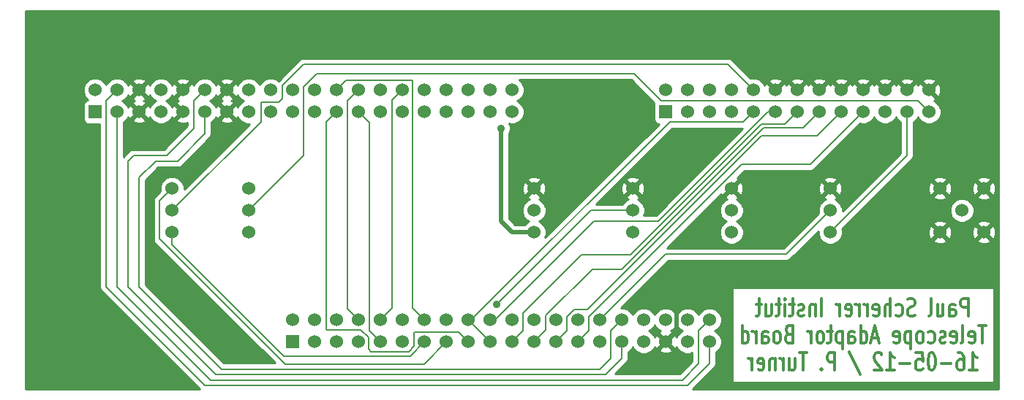
<source format=gbl>
G04 (created by PCBNEW-RS274X (2012-01-19 BZR 3256)-stable) date 5/16/2012 3:34:04 PM*
G01*
G70*
G90*
%MOIN*%
G04 Gerber Fmt 3.4, Leading zero omitted, Abs format*
%FSLAX34Y34*%
G04 APERTURE LIST*
%ADD10C,0.006000*%
%ADD11C,0.012000*%
%ADD12R,0.060000X0.060000*%
%ADD13C,0.060000*%
%ADD14C,0.035000*%
%ADD15C,0.019700*%
%ADD16C,0.008000*%
%ADD17C,0.010000*%
G04 APERTURE END LIST*
G54D10*
G54D11*
X86785Y-19324D02*
X86785Y-18524D01*
X86557Y-18524D01*
X86499Y-18562D01*
X86471Y-18600D01*
X86442Y-18676D01*
X86442Y-18790D01*
X86471Y-18867D01*
X86499Y-18905D01*
X86557Y-18943D01*
X86785Y-18943D01*
X85928Y-19324D02*
X85928Y-18905D01*
X85957Y-18829D01*
X86014Y-18790D01*
X86128Y-18790D01*
X86185Y-18829D01*
X85928Y-19286D02*
X85985Y-19324D01*
X86128Y-19324D01*
X86185Y-19286D01*
X86214Y-19210D01*
X86214Y-19133D01*
X86185Y-19057D01*
X86128Y-19019D01*
X85985Y-19019D01*
X85928Y-18981D01*
X85385Y-18790D02*
X85385Y-19324D01*
X85642Y-18790D02*
X85642Y-19210D01*
X85614Y-19286D01*
X85556Y-19324D01*
X85471Y-19324D01*
X85414Y-19286D01*
X85385Y-19248D01*
X85013Y-19324D02*
X85071Y-19286D01*
X85099Y-19210D01*
X85099Y-18524D01*
X84357Y-19286D02*
X84271Y-19324D01*
X84128Y-19324D01*
X84071Y-19286D01*
X84042Y-19248D01*
X84014Y-19171D01*
X84014Y-19095D01*
X84042Y-19019D01*
X84071Y-18981D01*
X84128Y-18943D01*
X84242Y-18905D01*
X84300Y-18867D01*
X84328Y-18829D01*
X84357Y-18752D01*
X84357Y-18676D01*
X84328Y-18600D01*
X84300Y-18562D01*
X84242Y-18524D01*
X84100Y-18524D01*
X84014Y-18562D01*
X83500Y-19286D02*
X83557Y-19324D01*
X83671Y-19324D01*
X83729Y-19286D01*
X83757Y-19248D01*
X83786Y-19171D01*
X83786Y-18943D01*
X83757Y-18867D01*
X83729Y-18829D01*
X83671Y-18790D01*
X83557Y-18790D01*
X83500Y-18829D01*
X83243Y-19324D02*
X83243Y-18524D01*
X82986Y-19324D02*
X82986Y-18905D01*
X83015Y-18829D01*
X83072Y-18790D01*
X83157Y-18790D01*
X83215Y-18829D01*
X83243Y-18867D01*
X82472Y-19286D02*
X82529Y-19324D01*
X82643Y-19324D01*
X82700Y-19286D01*
X82729Y-19210D01*
X82729Y-18905D01*
X82700Y-18829D01*
X82643Y-18790D01*
X82529Y-18790D01*
X82472Y-18829D01*
X82443Y-18905D01*
X82443Y-18981D01*
X82729Y-19057D01*
X82186Y-19324D02*
X82186Y-18790D01*
X82186Y-18943D02*
X82158Y-18867D01*
X82129Y-18829D01*
X82072Y-18790D01*
X82015Y-18790D01*
X81815Y-19324D02*
X81815Y-18790D01*
X81815Y-18943D02*
X81787Y-18867D01*
X81758Y-18829D01*
X81701Y-18790D01*
X81644Y-18790D01*
X81216Y-19286D02*
X81273Y-19324D01*
X81387Y-19324D01*
X81444Y-19286D01*
X81473Y-19210D01*
X81473Y-18905D01*
X81444Y-18829D01*
X81387Y-18790D01*
X81273Y-18790D01*
X81216Y-18829D01*
X81187Y-18905D01*
X81187Y-18981D01*
X81473Y-19057D01*
X80930Y-19324D02*
X80930Y-18790D01*
X80930Y-18943D02*
X80902Y-18867D01*
X80873Y-18829D01*
X80816Y-18790D01*
X80759Y-18790D01*
X80102Y-19324D02*
X80102Y-18524D01*
X79816Y-18790D02*
X79816Y-19324D01*
X79816Y-18867D02*
X79788Y-18829D01*
X79730Y-18790D01*
X79645Y-18790D01*
X79588Y-18829D01*
X79559Y-18905D01*
X79559Y-19324D01*
X79302Y-19286D02*
X79245Y-19324D01*
X79130Y-19324D01*
X79073Y-19286D01*
X79045Y-19210D01*
X79045Y-19171D01*
X79073Y-19095D01*
X79130Y-19057D01*
X79216Y-19057D01*
X79273Y-19019D01*
X79302Y-18943D01*
X79302Y-18905D01*
X79273Y-18829D01*
X79216Y-18790D01*
X79130Y-18790D01*
X79073Y-18829D01*
X78873Y-18790D02*
X78644Y-18790D01*
X78787Y-18524D02*
X78787Y-19210D01*
X78759Y-19286D01*
X78701Y-19324D01*
X78644Y-19324D01*
X78444Y-19324D02*
X78444Y-18790D01*
X78444Y-18524D02*
X78473Y-18562D01*
X78444Y-18600D01*
X78416Y-18562D01*
X78444Y-18524D01*
X78444Y-18600D01*
X78244Y-18790D02*
X78015Y-18790D01*
X78158Y-18524D02*
X78158Y-19210D01*
X78130Y-19286D01*
X78072Y-19324D01*
X78015Y-19324D01*
X77558Y-18790D02*
X77558Y-19324D01*
X77815Y-18790D02*
X77815Y-19210D01*
X77787Y-19286D01*
X77729Y-19324D01*
X77644Y-19324D01*
X77587Y-19286D01*
X77558Y-19248D01*
X77358Y-18790D02*
X77129Y-18790D01*
X77272Y-18524D02*
X77272Y-19210D01*
X77244Y-19286D01*
X77186Y-19324D01*
X77129Y-19324D01*
X87599Y-19764D02*
X87256Y-19764D01*
X87427Y-20564D02*
X87427Y-19764D01*
X86828Y-20526D02*
X86885Y-20564D01*
X86999Y-20564D01*
X87056Y-20526D01*
X87085Y-20450D01*
X87085Y-20145D01*
X87056Y-20069D01*
X86999Y-20030D01*
X86885Y-20030D01*
X86828Y-20069D01*
X86799Y-20145D01*
X86799Y-20221D01*
X87085Y-20297D01*
X86456Y-20564D02*
X86514Y-20526D01*
X86542Y-20450D01*
X86542Y-19764D01*
X86000Y-20526D02*
X86057Y-20564D01*
X86171Y-20564D01*
X86228Y-20526D01*
X86257Y-20450D01*
X86257Y-20145D01*
X86228Y-20069D01*
X86171Y-20030D01*
X86057Y-20030D01*
X86000Y-20069D01*
X85971Y-20145D01*
X85971Y-20221D01*
X86257Y-20297D01*
X85743Y-20526D02*
X85686Y-20564D01*
X85571Y-20564D01*
X85514Y-20526D01*
X85486Y-20450D01*
X85486Y-20411D01*
X85514Y-20335D01*
X85571Y-20297D01*
X85657Y-20297D01*
X85714Y-20259D01*
X85743Y-20183D01*
X85743Y-20145D01*
X85714Y-20069D01*
X85657Y-20030D01*
X85571Y-20030D01*
X85514Y-20069D01*
X84971Y-20526D02*
X85028Y-20564D01*
X85142Y-20564D01*
X85200Y-20526D01*
X85228Y-20488D01*
X85257Y-20411D01*
X85257Y-20183D01*
X85228Y-20107D01*
X85200Y-20069D01*
X85142Y-20030D01*
X85028Y-20030D01*
X84971Y-20069D01*
X84628Y-20564D02*
X84686Y-20526D01*
X84714Y-20488D01*
X84743Y-20411D01*
X84743Y-20183D01*
X84714Y-20107D01*
X84686Y-20069D01*
X84628Y-20030D01*
X84543Y-20030D01*
X84486Y-20069D01*
X84457Y-20107D01*
X84428Y-20183D01*
X84428Y-20411D01*
X84457Y-20488D01*
X84486Y-20526D01*
X84543Y-20564D01*
X84628Y-20564D01*
X84171Y-20030D02*
X84171Y-20830D01*
X84171Y-20069D02*
X84114Y-20030D01*
X84000Y-20030D01*
X83943Y-20069D01*
X83914Y-20107D01*
X83885Y-20183D01*
X83885Y-20411D01*
X83914Y-20488D01*
X83943Y-20526D01*
X84000Y-20564D01*
X84114Y-20564D01*
X84171Y-20526D01*
X83400Y-20526D02*
X83457Y-20564D01*
X83571Y-20564D01*
X83628Y-20526D01*
X83657Y-20450D01*
X83657Y-20145D01*
X83628Y-20069D01*
X83571Y-20030D01*
X83457Y-20030D01*
X83400Y-20069D01*
X83371Y-20145D01*
X83371Y-20221D01*
X83657Y-20297D01*
X82686Y-20335D02*
X82400Y-20335D01*
X82743Y-20564D02*
X82543Y-19764D01*
X82343Y-20564D01*
X81886Y-20564D02*
X81886Y-19764D01*
X81886Y-20526D02*
X81943Y-20564D01*
X82057Y-20564D01*
X82115Y-20526D01*
X82143Y-20488D01*
X82172Y-20411D01*
X82172Y-20183D01*
X82143Y-20107D01*
X82115Y-20069D01*
X82057Y-20030D01*
X81943Y-20030D01*
X81886Y-20069D01*
X81343Y-20564D02*
X81343Y-20145D01*
X81372Y-20069D01*
X81429Y-20030D01*
X81543Y-20030D01*
X81600Y-20069D01*
X81343Y-20526D02*
X81400Y-20564D01*
X81543Y-20564D01*
X81600Y-20526D01*
X81629Y-20450D01*
X81629Y-20373D01*
X81600Y-20297D01*
X81543Y-20259D01*
X81400Y-20259D01*
X81343Y-20221D01*
X81057Y-20030D02*
X81057Y-20830D01*
X81057Y-20069D02*
X81000Y-20030D01*
X80886Y-20030D01*
X80829Y-20069D01*
X80800Y-20107D01*
X80771Y-20183D01*
X80771Y-20411D01*
X80800Y-20488D01*
X80829Y-20526D01*
X80886Y-20564D01*
X81000Y-20564D01*
X81057Y-20526D01*
X80600Y-20030D02*
X80371Y-20030D01*
X80514Y-19764D02*
X80514Y-20450D01*
X80486Y-20526D01*
X80428Y-20564D01*
X80371Y-20564D01*
X80085Y-20564D02*
X80143Y-20526D01*
X80171Y-20488D01*
X80200Y-20411D01*
X80200Y-20183D01*
X80171Y-20107D01*
X80143Y-20069D01*
X80085Y-20030D01*
X80000Y-20030D01*
X79943Y-20069D01*
X79914Y-20107D01*
X79885Y-20183D01*
X79885Y-20411D01*
X79914Y-20488D01*
X79943Y-20526D01*
X80000Y-20564D01*
X80085Y-20564D01*
X79628Y-20564D02*
X79628Y-20030D01*
X79628Y-20183D02*
X79600Y-20107D01*
X79571Y-20069D01*
X79514Y-20030D01*
X79457Y-20030D01*
X78600Y-20145D02*
X78514Y-20183D01*
X78486Y-20221D01*
X78457Y-20297D01*
X78457Y-20411D01*
X78486Y-20488D01*
X78514Y-20526D01*
X78572Y-20564D01*
X78800Y-20564D01*
X78800Y-19764D01*
X78600Y-19764D01*
X78543Y-19802D01*
X78514Y-19840D01*
X78486Y-19916D01*
X78486Y-19992D01*
X78514Y-20069D01*
X78543Y-20107D01*
X78600Y-20145D01*
X78800Y-20145D01*
X78114Y-20564D02*
X78172Y-20526D01*
X78200Y-20488D01*
X78229Y-20411D01*
X78229Y-20183D01*
X78200Y-20107D01*
X78172Y-20069D01*
X78114Y-20030D01*
X78029Y-20030D01*
X77972Y-20069D01*
X77943Y-20107D01*
X77914Y-20183D01*
X77914Y-20411D01*
X77943Y-20488D01*
X77972Y-20526D01*
X78029Y-20564D01*
X78114Y-20564D01*
X77400Y-20564D02*
X77400Y-20145D01*
X77429Y-20069D01*
X77486Y-20030D01*
X77600Y-20030D01*
X77657Y-20069D01*
X77400Y-20526D02*
X77457Y-20564D01*
X77600Y-20564D01*
X77657Y-20526D01*
X77686Y-20450D01*
X77686Y-20373D01*
X77657Y-20297D01*
X77600Y-20259D01*
X77457Y-20259D01*
X77400Y-20221D01*
X77114Y-20564D02*
X77114Y-20030D01*
X77114Y-20183D02*
X77086Y-20107D01*
X77057Y-20069D01*
X77000Y-20030D01*
X76943Y-20030D01*
X76486Y-20564D02*
X76486Y-19764D01*
X76486Y-20526D02*
X76543Y-20564D01*
X76657Y-20564D01*
X76715Y-20526D01*
X76743Y-20488D01*
X76772Y-20411D01*
X76772Y-20183D01*
X76743Y-20107D01*
X76715Y-20069D01*
X76657Y-20030D01*
X76543Y-20030D01*
X76486Y-20069D01*
X86841Y-21804D02*
X87184Y-21804D01*
X87012Y-21804D02*
X87012Y-21004D01*
X87069Y-21118D01*
X87127Y-21194D01*
X87184Y-21232D01*
X86327Y-21004D02*
X86441Y-21004D01*
X86498Y-21042D01*
X86527Y-21080D01*
X86584Y-21194D01*
X86613Y-21347D01*
X86613Y-21651D01*
X86584Y-21728D01*
X86556Y-21766D01*
X86498Y-21804D01*
X86384Y-21804D01*
X86327Y-21766D01*
X86298Y-21728D01*
X86270Y-21651D01*
X86270Y-21461D01*
X86298Y-21385D01*
X86327Y-21347D01*
X86384Y-21309D01*
X86498Y-21309D01*
X86556Y-21347D01*
X86584Y-21385D01*
X86613Y-21461D01*
X86013Y-21499D02*
X85556Y-21499D01*
X85156Y-21004D02*
X85099Y-21004D01*
X85042Y-21042D01*
X85013Y-21080D01*
X84984Y-21156D01*
X84956Y-21309D01*
X84956Y-21499D01*
X84984Y-21651D01*
X85013Y-21728D01*
X85042Y-21766D01*
X85099Y-21804D01*
X85156Y-21804D01*
X85213Y-21766D01*
X85242Y-21728D01*
X85270Y-21651D01*
X85299Y-21499D01*
X85299Y-21309D01*
X85270Y-21156D01*
X85242Y-21080D01*
X85213Y-21042D01*
X85156Y-21004D01*
X84413Y-21004D02*
X84699Y-21004D01*
X84728Y-21385D01*
X84699Y-21347D01*
X84642Y-21309D01*
X84499Y-21309D01*
X84442Y-21347D01*
X84413Y-21385D01*
X84385Y-21461D01*
X84385Y-21651D01*
X84413Y-21728D01*
X84442Y-21766D01*
X84499Y-21804D01*
X84642Y-21804D01*
X84699Y-21766D01*
X84728Y-21728D01*
X84128Y-21499D02*
X83671Y-21499D01*
X83071Y-21804D02*
X83414Y-21804D01*
X83242Y-21804D02*
X83242Y-21004D01*
X83299Y-21118D01*
X83357Y-21194D01*
X83414Y-21232D01*
X82843Y-21080D02*
X82814Y-21042D01*
X82757Y-21004D01*
X82614Y-21004D01*
X82557Y-21042D01*
X82528Y-21080D01*
X82500Y-21156D01*
X82500Y-21232D01*
X82528Y-21347D01*
X82871Y-21804D01*
X82500Y-21804D01*
X81358Y-20966D02*
X81872Y-21994D01*
X80700Y-21804D02*
X80700Y-21004D01*
X80472Y-21004D01*
X80414Y-21042D01*
X80386Y-21080D01*
X80357Y-21156D01*
X80357Y-21270D01*
X80386Y-21347D01*
X80414Y-21385D01*
X80472Y-21423D01*
X80700Y-21423D01*
X80100Y-21728D02*
X80072Y-21766D01*
X80100Y-21804D01*
X80129Y-21766D01*
X80100Y-21728D01*
X80100Y-21804D01*
X79443Y-21004D02*
X79100Y-21004D01*
X79271Y-21804D02*
X79271Y-21004D01*
X78643Y-21270D02*
X78643Y-21804D01*
X78900Y-21270D02*
X78900Y-21690D01*
X78872Y-21766D01*
X78814Y-21804D01*
X78729Y-21804D01*
X78672Y-21766D01*
X78643Y-21728D01*
X78357Y-21804D02*
X78357Y-21270D01*
X78357Y-21423D02*
X78329Y-21347D01*
X78300Y-21309D01*
X78243Y-21270D01*
X78186Y-21270D01*
X77986Y-21270D02*
X77986Y-21804D01*
X77986Y-21347D02*
X77958Y-21309D01*
X77900Y-21270D01*
X77815Y-21270D01*
X77758Y-21309D01*
X77729Y-21385D01*
X77729Y-21804D01*
X77215Y-21766D02*
X77272Y-21804D01*
X77386Y-21804D01*
X77443Y-21766D01*
X77472Y-21690D01*
X77472Y-21385D01*
X77443Y-21309D01*
X77386Y-21270D01*
X77272Y-21270D01*
X77215Y-21309D01*
X77186Y-21385D01*
X77186Y-21461D01*
X77472Y-21537D01*
X76929Y-21804D02*
X76929Y-21270D01*
X76929Y-21423D02*
X76901Y-21347D01*
X76872Y-21309D01*
X76815Y-21270D01*
X76758Y-21270D01*
G54D12*
X73000Y-10000D03*
G54D13*
X73000Y-09000D03*
X74000Y-10000D03*
X74000Y-09000D03*
X75000Y-10000D03*
X75000Y-09000D03*
X76000Y-10000D03*
X76000Y-09000D03*
X77000Y-10000D03*
X77000Y-09000D03*
X78000Y-10000D03*
X78000Y-09000D03*
X79000Y-10000D03*
X79000Y-09000D03*
X80000Y-10000D03*
X80000Y-09000D03*
X81000Y-10000D03*
X81000Y-09000D03*
X82000Y-10000D03*
X82000Y-09000D03*
X83000Y-10000D03*
X83000Y-09000D03*
X84000Y-10000D03*
X84000Y-09000D03*
X85000Y-10000D03*
X85000Y-09000D03*
G54D12*
X47000Y-10000D03*
G54D13*
X47000Y-09000D03*
X52000Y-10000D03*
X48000Y-09000D03*
X53000Y-10000D03*
X49000Y-09000D03*
X54000Y-10000D03*
X50000Y-09000D03*
X55000Y-10000D03*
X51000Y-09000D03*
X56000Y-10000D03*
X52000Y-09000D03*
X57000Y-10000D03*
X53000Y-09000D03*
X58000Y-10000D03*
X54000Y-09000D03*
X59000Y-10000D03*
X55000Y-09000D03*
X60000Y-10000D03*
X56000Y-09000D03*
X61000Y-10000D03*
X57000Y-09000D03*
X62000Y-10000D03*
X58000Y-09000D03*
X59000Y-09000D03*
X63000Y-10000D03*
X60000Y-09000D03*
X62000Y-09000D03*
X63000Y-09000D03*
X64000Y-09000D03*
X65000Y-09000D03*
X64000Y-10000D03*
X65000Y-10000D03*
X48000Y-10000D03*
X49000Y-10000D03*
X50000Y-10000D03*
X51000Y-10000D03*
X66000Y-10000D03*
X66000Y-09000D03*
X61000Y-09000D03*
X50500Y-15500D03*
X50500Y-14500D03*
X50500Y-13500D03*
X54000Y-15500D03*
X54000Y-14500D03*
X54000Y-13500D03*
G54D12*
X56000Y-20500D03*
G54D13*
X56000Y-19500D03*
X61000Y-20500D03*
X57000Y-19500D03*
X62000Y-20500D03*
X58000Y-19500D03*
X63000Y-20500D03*
X59000Y-19500D03*
X64000Y-20500D03*
X60000Y-19500D03*
X65000Y-20500D03*
X61000Y-19500D03*
X66000Y-20500D03*
X62000Y-19500D03*
X67000Y-20500D03*
X63000Y-19500D03*
X68000Y-20500D03*
X64000Y-19500D03*
X69000Y-20500D03*
X65000Y-19500D03*
X70000Y-20500D03*
X66000Y-19500D03*
X71000Y-20500D03*
X67000Y-19500D03*
X68000Y-19500D03*
X72000Y-20500D03*
X69000Y-19500D03*
X71000Y-19500D03*
X72000Y-19500D03*
X73000Y-19500D03*
X74000Y-19500D03*
X73000Y-20500D03*
X74000Y-20500D03*
X57000Y-20500D03*
X58000Y-20500D03*
X59000Y-20500D03*
X60000Y-20500D03*
X75000Y-20500D03*
X75000Y-19500D03*
X70000Y-19500D03*
X67000Y-15500D03*
X67000Y-14500D03*
X67000Y-13500D03*
X80500Y-15500D03*
X80500Y-14500D03*
X80500Y-13500D03*
X76000Y-15500D03*
X76000Y-14500D03*
X76000Y-13500D03*
X71500Y-15500D03*
X71500Y-14500D03*
X71500Y-13500D03*
X86500Y-14500D03*
X85500Y-13500D03*
X85500Y-15500D03*
X87500Y-15500D03*
X87500Y-13500D03*
G54D14*
X65500Y-10750D03*
X73500Y-18250D03*
X65302Y-18809D03*
G54D15*
X67000Y-15500D02*
X66000Y-15500D01*
X65500Y-15000D02*
X65500Y-10750D01*
X66000Y-15500D02*
X65500Y-15000D01*
G54D16*
X71000Y-21250D02*
X71000Y-20500D01*
X70250Y-22000D02*
X71000Y-21250D01*
X52500Y-22000D02*
X70250Y-22000D01*
X48500Y-18000D02*
X52500Y-22000D01*
X48500Y-12250D02*
X48500Y-18000D01*
X48750Y-12000D02*
X48500Y-12250D01*
X50250Y-12000D02*
X48750Y-12000D01*
X51500Y-10750D02*
X50250Y-12000D01*
X51500Y-09500D02*
X51500Y-10750D01*
X52000Y-09000D02*
X51500Y-09500D01*
X75000Y-21500D02*
X74000Y-22500D01*
X47500Y-18000D02*
X47500Y-09500D01*
X74000Y-22500D02*
X52000Y-22500D01*
X75000Y-20500D02*
X75000Y-21500D01*
X47500Y-09500D02*
X48000Y-09000D01*
X52000Y-22500D02*
X47500Y-18000D01*
X52000Y-11000D02*
X50750Y-12250D01*
X52000Y-10000D02*
X52000Y-11000D01*
X50750Y-12250D02*
X49750Y-12250D01*
X49750Y-12250D02*
X49000Y-13000D01*
X49000Y-13000D02*
X49000Y-18000D01*
X49000Y-18000D02*
X52750Y-21750D01*
X52750Y-21750D02*
X70000Y-21750D01*
X70500Y-21250D02*
X70500Y-20000D01*
X70000Y-21750D02*
X70500Y-21250D01*
X70500Y-20000D02*
X71000Y-19500D01*
X48000Y-18000D02*
X48000Y-10000D01*
X52250Y-22250D02*
X48000Y-18000D01*
X73750Y-22250D02*
X52250Y-22250D01*
X74500Y-21500D02*
X73750Y-22250D01*
X74500Y-20000D02*
X74500Y-21500D01*
X75000Y-19500D02*
X74500Y-20000D01*
X84000Y-12000D02*
X84000Y-10000D01*
X80500Y-15500D02*
X84000Y-12000D01*
X73000Y-16500D02*
X70000Y-19500D01*
X78500Y-16500D02*
X73000Y-16500D01*
X80500Y-14500D02*
X78500Y-16500D01*
X50500Y-16047D02*
X50500Y-15500D01*
X62000Y-20500D02*
X61353Y-21147D01*
X61353Y-21147D02*
X55600Y-21147D01*
X55600Y-21147D02*
X50500Y-16047D01*
X49944Y-14056D02*
X50500Y-13500D01*
X49944Y-15807D02*
X49944Y-14056D01*
X55651Y-21514D02*
X49944Y-15807D01*
X61986Y-21514D02*
X55651Y-21514D01*
X63000Y-20500D02*
X61986Y-21514D01*
X50500Y-14500D02*
X54556Y-10444D01*
X54556Y-10444D02*
X54556Y-09566D01*
X55378Y-09544D02*
X55544Y-09378D01*
X54556Y-09566D02*
X54578Y-09544D01*
X55544Y-08801D02*
X56505Y-07840D01*
X54578Y-09544D02*
X55378Y-09544D01*
X55544Y-09378D02*
X55544Y-08801D01*
X75840Y-07840D02*
X77000Y-09000D01*
X56505Y-07840D02*
X75840Y-07840D01*
G54D15*
X73500Y-20000D02*
X73500Y-18250D01*
X73000Y-20500D02*
X73500Y-20000D01*
G54D16*
X73181Y-10465D02*
X76535Y-10465D01*
X64073Y-19573D02*
X65000Y-20500D01*
X76535Y-10465D02*
X77000Y-10000D01*
X64000Y-19500D02*
X64073Y-19573D01*
X64073Y-19573D02*
X73181Y-10465D01*
X66000Y-20500D02*
X66500Y-20000D01*
X66500Y-19200D02*
X69161Y-16539D01*
X71399Y-16539D02*
X77380Y-10558D01*
X66500Y-20000D02*
X66500Y-19200D01*
X78442Y-10558D02*
X79000Y-10000D01*
X77380Y-10558D02*
X78442Y-10558D01*
X69161Y-16539D02*
X71399Y-16539D01*
X58446Y-08554D02*
X58000Y-09000D01*
X61432Y-08554D02*
X58446Y-08554D01*
X61456Y-08578D02*
X61432Y-08554D01*
X61456Y-18956D02*
X61456Y-08578D01*
X62000Y-19500D02*
X61456Y-18956D01*
X60000Y-19500D02*
X60535Y-18965D01*
X60535Y-09465D02*
X61000Y-09000D01*
X60535Y-18965D02*
X60535Y-09465D01*
X84500Y-09500D02*
X85000Y-10000D01*
X72800Y-09500D02*
X84500Y-09500D01*
X71552Y-08252D02*
X72800Y-09500D01*
X56500Y-08845D02*
X57093Y-08252D01*
X57093Y-08252D02*
X71552Y-08252D01*
X56500Y-12000D02*
X56500Y-08845D01*
X54000Y-14500D02*
X56500Y-12000D01*
X65000Y-19500D02*
X65239Y-19500D01*
X77677Y-10000D02*
X78000Y-10000D01*
X69739Y-15000D02*
X72677Y-15000D01*
X65239Y-19500D02*
X69739Y-15000D01*
X72677Y-15000D02*
X77677Y-10000D01*
X60000Y-20500D02*
X59500Y-20000D01*
X59500Y-10500D02*
X59000Y-10000D01*
X59500Y-20000D02*
X59500Y-10500D01*
X58500Y-09500D02*
X59000Y-09000D01*
X58500Y-19000D02*
X58500Y-09500D01*
X59000Y-19500D02*
X58500Y-19000D01*
X79596Y-12404D02*
X82000Y-10000D01*
X69500Y-19374D02*
X76470Y-12404D01*
X69000Y-20500D02*
X69500Y-20000D01*
X69500Y-20000D02*
X69500Y-19374D01*
X76470Y-12404D02*
X79596Y-12404D01*
X68500Y-19360D02*
X68843Y-19017D01*
X79907Y-11093D02*
X81000Y-10000D01*
X77368Y-11093D02*
X79907Y-11093D01*
X69444Y-19017D02*
X77368Y-11093D01*
X68500Y-20000D02*
X68500Y-19360D01*
X68000Y-20500D02*
X68500Y-20000D01*
X68843Y-19017D02*
X69444Y-19017D01*
X79258Y-10742D02*
X80000Y-10000D01*
X77458Y-10742D02*
X79258Y-10742D01*
X71013Y-17187D02*
X77458Y-10742D01*
X67544Y-19303D02*
X69660Y-17187D01*
X69660Y-17187D02*
X71013Y-17187D01*
X67544Y-19956D02*
X67544Y-19303D01*
X67000Y-20500D02*
X67544Y-19956D01*
X59448Y-20292D02*
X59100Y-19944D01*
X61290Y-20949D02*
X59578Y-20949D01*
X57544Y-19922D02*
X57544Y-10456D01*
X61566Y-20056D02*
X61544Y-20078D01*
X59578Y-20949D02*
X59448Y-20819D01*
X64000Y-20500D02*
X63556Y-20056D01*
X61544Y-20078D02*
X61544Y-20695D01*
X59100Y-19944D02*
X57566Y-19944D01*
X57544Y-10456D02*
X58000Y-10000D01*
X63556Y-20056D02*
X61566Y-20056D01*
X61544Y-20695D02*
X61290Y-20949D01*
X57566Y-19944D02*
X57544Y-19922D01*
X59448Y-20819D02*
X59448Y-20292D01*
X69611Y-14500D02*
X65302Y-18809D01*
X71500Y-14500D02*
X69611Y-14500D01*
G54D10*
G36*
X72686Y-10549D02*
X67493Y-15741D01*
X67549Y-15609D01*
X67549Y-15391D01*
X67465Y-15189D01*
X67311Y-15035D01*
X67226Y-15000D01*
X67311Y-14965D01*
X67465Y-14811D01*
X67549Y-14609D01*
X67549Y-14391D01*
X67543Y-14376D01*
X67543Y-13579D01*
X67532Y-13366D01*
X67472Y-13219D01*
X67378Y-13192D01*
X67308Y-13262D01*
X67308Y-13122D01*
X67281Y-13028D01*
X67079Y-12957D01*
X66866Y-12968D01*
X66719Y-13028D01*
X66692Y-13122D01*
X67000Y-13429D01*
X67308Y-13122D01*
X67308Y-13262D01*
X67071Y-13500D01*
X67378Y-13808D01*
X67472Y-13781D01*
X67543Y-13579D01*
X67543Y-14376D01*
X67465Y-14189D01*
X67311Y-14035D01*
X67219Y-13997D01*
X67281Y-13972D01*
X67308Y-13878D01*
X67000Y-13571D01*
X66929Y-13641D01*
X66929Y-13500D01*
X66622Y-13192D01*
X66528Y-13219D01*
X66457Y-13421D01*
X66468Y-13634D01*
X66528Y-13781D01*
X66622Y-13808D01*
X66929Y-13500D01*
X66929Y-13641D01*
X66692Y-13878D01*
X66719Y-13972D01*
X66784Y-13995D01*
X66689Y-14035D01*
X66535Y-14189D01*
X66451Y-14391D01*
X66451Y-14609D01*
X66535Y-14811D01*
X66689Y-14965D01*
X66773Y-15000D01*
X66689Y-15035D01*
X66572Y-15152D01*
X66144Y-15152D01*
X65848Y-14856D01*
X65848Y-11003D01*
X65860Y-10991D01*
X65925Y-10835D01*
X65925Y-10666D01*
X65874Y-10541D01*
X65891Y-10549D01*
X66109Y-10549D01*
X66311Y-10465D01*
X66465Y-10311D01*
X66549Y-10109D01*
X66549Y-09891D01*
X66465Y-09689D01*
X66311Y-09535D01*
X66226Y-09500D01*
X66311Y-09465D01*
X66465Y-09311D01*
X66549Y-09109D01*
X66549Y-08891D01*
X66465Y-08689D01*
X66318Y-08542D01*
X71432Y-08542D01*
X72477Y-09587D01*
X72451Y-09650D01*
X72451Y-09749D01*
X72451Y-10349D01*
X72489Y-10441D01*
X72559Y-10511D01*
X72650Y-10549D01*
X72686Y-10549D01*
X72686Y-10549D01*
G37*
G54D17*
X72686Y-10549D02*
X67493Y-15741D01*
X67549Y-15609D01*
X67549Y-15391D01*
X67465Y-15189D01*
X67311Y-15035D01*
X67226Y-15000D01*
X67311Y-14965D01*
X67465Y-14811D01*
X67549Y-14609D01*
X67549Y-14391D01*
X67543Y-14376D01*
X67543Y-13579D01*
X67532Y-13366D01*
X67472Y-13219D01*
X67378Y-13192D01*
X67308Y-13262D01*
X67308Y-13122D01*
X67281Y-13028D01*
X67079Y-12957D01*
X66866Y-12968D01*
X66719Y-13028D01*
X66692Y-13122D01*
X67000Y-13429D01*
X67308Y-13122D01*
X67308Y-13262D01*
X67071Y-13500D01*
X67378Y-13808D01*
X67472Y-13781D01*
X67543Y-13579D01*
X67543Y-14376D01*
X67465Y-14189D01*
X67311Y-14035D01*
X67219Y-13997D01*
X67281Y-13972D01*
X67308Y-13878D01*
X67000Y-13571D01*
X66929Y-13641D01*
X66929Y-13500D01*
X66622Y-13192D01*
X66528Y-13219D01*
X66457Y-13421D01*
X66468Y-13634D01*
X66528Y-13781D01*
X66622Y-13808D01*
X66929Y-13500D01*
X66929Y-13641D01*
X66692Y-13878D01*
X66719Y-13972D01*
X66784Y-13995D01*
X66689Y-14035D01*
X66535Y-14189D01*
X66451Y-14391D01*
X66451Y-14609D01*
X66535Y-14811D01*
X66689Y-14965D01*
X66773Y-15000D01*
X66689Y-15035D01*
X66572Y-15152D01*
X66144Y-15152D01*
X65848Y-14856D01*
X65848Y-11003D01*
X65860Y-10991D01*
X65925Y-10835D01*
X65925Y-10666D01*
X65874Y-10541D01*
X65891Y-10549D01*
X66109Y-10549D01*
X66311Y-10465D01*
X66465Y-10311D01*
X66549Y-10109D01*
X66549Y-09891D01*
X66465Y-09689D01*
X66311Y-09535D01*
X66226Y-09500D01*
X66311Y-09465D01*
X66465Y-09311D01*
X66549Y-09109D01*
X66549Y-08891D01*
X66465Y-08689D01*
X66318Y-08542D01*
X71432Y-08542D01*
X72477Y-09587D01*
X72451Y-09650D01*
X72451Y-09749D01*
X72451Y-10349D01*
X72489Y-10441D01*
X72559Y-10511D01*
X72650Y-10549D01*
X72686Y-10549D01*
G54D10*
G36*
X74210Y-21379D02*
X73629Y-21960D01*
X73308Y-21960D01*
X73308Y-20878D01*
X73000Y-20571D01*
X72692Y-20878D01*
X72719Y-20972D01*
X72921Y-21043D01*
X73134Y-21032D01*
X73281Y-20972D01*
X73308Y-20878D01*
X73308Y-21960D01*
X70700Y-21960D01*
X71205Y-21456D01*
X71205Y-21455D01*
X71268Y-21361D01*
X71289Y-21250D01*
X71290Y-21250D01*
X71290Y-20973D01*
X71311Y-20965D01*
X71465Y-20811D01*
X71500Y-20726D01*
X71535Y-20811D01*
X71689Y-20965D01*
X71891Y-21049D01*
X72109Y-21049D01*
X72311Y-20965D01*
X72465Y-20811D01*
X72502Y-20719D01*
X72528Y-20781D01*
X72622Y-20808D01*
X72929Y-20500D01*
X72622Y-20192D01*
X72528Y-20219D01*
X72504Y-20284D01*
X72465Y-20189D01*
X72311Y-20035D01*
X72226Y-20000D01*
X72311Y-19965D01*
X72465Y-19811D01*
X72500Y-19726D01*
X72535Y-19811D01*
X72689Y-19965D01*
X72780Y-20002D01*
X72719Y-20028D01*
X72692Y-20122D01*
X73000Y-20429D01*
X73308Y-20122D01*
X73281Y-20028D01*
X73215Y-20004D01*
X73311Y-19965D01*
X73465Y-19811D01*
X73500Y-19726D01*
X73535Y-19811D01*
X73689Y-19965D01*
X73773Y-20000D01*
X73689Y-20035D01*
X73535Y-20189D01*
X73497Y-20280D01*
X73472Y-20219D01*
X73378Y-20192D01*
X73071Y-20500D01*
X73378Y-20808D01*
X73472Y-20781D01*
X73495Y-20715D01*
X73535Y-20811D01*
X73689Y-20965D01*
X73891Y-21049D01*
X74109Y-21049D01*
X74210Y-21007D01*
X74210Y-21379D01*
X74210Y-21379D01*
G37*
G54D17*
X74210Y-21379D02*
X73629Y-21960D01*
X73308Y-21960D01*
X73308Y-20878D01*
X73000Y-20571D01*
X72692Y-20878D01*
X72719Y-20972D01*
X72921Y-21043D01*
X73134Y-21032D01*
X73281Y-20972D01*
X73308Y-20878D01*
X73308Y-21960D01*
X70700Y-21960D01*
X71205Y-21456D01*
X71205Y-21455D01*
X71268Y-21361D01*
X71289Y-21250D01*
X71290Y-21250D01*
X71290Y-20973D01*
X71311Y-20965D01*
X71465Y-20811D01*
X71500Y-20726D01*
X71535Y-20811D01*
X71689Y-20965D01*
X71891Y-21049D01*
X72109Y-21049D01*
X72311Y-20965D01*
X72465Y-20811D01*
X72502Y-20719D01*
X72528Y-20781D01*
X72622Y-20808D01*
X72929Y-20500D01*
X72622Y-20192D01*
X72528Y-20219D01*
X72504Y-20284D01*
X72465Y-20189D01*
X72311Y-20035D01*
X72226Y-20000D01*
X72311Y-19965D01*
X72465Y-19811D01*
X72500Y-19726D01*
X72535Y-19811D01*
X72689Y-19965D01*
X72780Y-20002D01*
X72719Y-20028D01*
X72692Y-20122D01*
X73000Y-20429D01*
X73308Y-20122D01*
X73281Y-20028D01*
X73215Y-20004D01*
X73311Y-19965D01*
X73465Y-19811D01*
X73500Y-19726D01*
X73535Y-19811D01*
X73689Y-19965D01*
X73773Y-20000D01*
X73689Y-20035D01*
X73535Y-20189D01*
X73497Y-20280D01*
X73472Y-20219D01*
X73378Y-20192D01*
X73071Y-20500D01*
X73378Y-20808D01*
X73472Y-20781D01*
X73495Y-20715D01*
X73535Y-20811D01*
X73689Y-20965D01*
X73891Y-21049D01*
X74109Y-21049D01*
X74210Y-21007D01*
X74210Y-21379D01*
G54D10*
G36*
X76512Y-10755D02*
X72557Y-14710D01*
X72007Y-14710D01*
X72049Y-14609D01*
X72049Y-14391D01*
X72043Y-14376D01*
X72043Y-13579D01*
X72032Y-13366D01*
X71972Y-13219D01*
X71878Y-13192D01*
X71808Y-13262D01*
X71808Y-13122D01*
X71781Y-13028D01*
X71579Y-12957D01*
X71366Y-12968D01*
X71219Y-13028D01*
X71192Y-13122D01*
X71500Y-13429D01*
X71808Y-13122D01*
X71808Y-13262D01*
X71571Y-13500D01*
X71878Y-13808D01*
X71972Y-13781D01*
X72043Y-13579D01*
X72043Y-14376D01*
X71965Y-14189D01*
X71811Y-14035D01*
X71719Y-13997D01*
X71781Y-13972D01*
X71808Y-13878D01*
X71500Y-13571D01*
X71429Y-13641D01*
X71429Y-13500D01*
X71122Y-13192D01*
X71028Y-13219D01*
X70957Y-13421D01*
X70968Y-13634D01*
X71028Y-13781D01*
X71122Y-13808D01*
X71429Y-13500D01*
X71429Y-13641D01*
X71192Y-13878D01*
X71219Y-13972D01*
X71284Y-13995D01*
X71189Y-14035D01*
X71035Y-14189D01*
X71026Y-14210D01*
X69846Y-14210D01*
X73301Y-10755D01*
X76512Y-10755D01*
X76512Y-10755D01*
G37*
G54D17*
X76512Y-10755D02*
X72557Y-14710D01*
X72007Y-14710D01*
X72049Y-14609D01*
X72049Y-14391D01*
X72043Y-14376D01*
X72043Y-13579D01*
X72032Y-13366D01*
X71972Y-13219D01*
X71878Y-13192D01*
X71808Y-13262D01*
X71808Y-13122D01*
X71781Y-13028D01*
X71579Y-12957D01*
X71366Y-12968D01*
X71219Y-13028D01*
X71192Y-13122D01*
X71500Y-13429D01*
X71808Y-13122D01*
X71808Y-13262D01*
X71571Y-13500D01*
X71878Y-13808D01*
X71972Y-13781D01*
X72043Y-13579D01*
X72043Y-14376D01*
X71965Y-14189D01*
X71811Y-14035D01*
X71719Y-13997D01*
X71781Y-13972D01*
X71808Y-13878D01*
X71500Y-13571D01*
X71429Y-13641D01*
X71429Y-13500D01*
X71122Y-13192D01*
X71028Y-13219D01*
X70957Y-13421D01*
X70968Y-13634D01*
X71028Y-13781D01*
X71122Y-13808D01*
X71429Y-13500D01*
X71429Y-13641D01*
X71192Y-13878D01*
X71219Y-13972D01*
X71284Y-13995D01*
X71189Y-14035D01*
X71035Y-14189D01*
X71026Y-14210D01*
X69846Y-14210D01*
X73301Y-10755D01*
X76512Y-10755D01*
G54D10*
G36*
X83710Y-11879D02*
X81049Y-14540D01*
X81049Y-14391D01*
X81043Y-14376D01*
X81043Y-13579D01*
X81032Y-13366D01*
X80972Y-13219D01*
X80878Y-13192D01*
X80808Y-13262D01*
X80808Y-13122D01*
X80781Y-13028D01*
X80579Y-12957D01*
X80366Y-12968D01*
X80219Y-13028D01*
X80192Y-13122D01*
X80500Y-13429D01*
X80808Y-13122D01*
X80808Y-13262D01*
X80571Y-13500D01*
X80878Y-13808D01*
X80972Y-13781D01*
X81043Y-13579D01*
X81043Y-14376D01*
X80965Y-14189D01*
X80811Y-14035D01*
X80719Y-13997D01*
X80781Y-13972D01*
X80808Y-13878D01*
X80500Y-13571D01*
X80429Y-13641D01*
X80429Y-13500D01*
X80122Y-13192D01*
X80028Y-13219D01*
X79957Y-13421D01*
X79968Y-13634D01*
X80028Y-13781D01*
X80122Y-13808D01*
X80429Y-13500D01*
X80429Y-13641D01*
X80192Y-13878D01*
X80219Y-13972D01*
X80284Y-13995D01*
X80189Y-14035D01*
X80035Y-14189D01*
X79951Y-14391D01*
X79951Y-14609D01*
X79959Y-14630D01*
X78380Y-16210D01*
X76549Y-16210D01*
X76549Y-15609D01*
X76549Y-15391D01*
X76465Y-15189D01*
X76311Y-15035D01*
X76226Y-15000D01*
X76311Y-14965D01*
X76465Y-14811D01*
X76549Y-14609D01*
X76549Y-14391D01*
X76543Y-14376D01*
X76543Y-13579D01*
X76532Y-13366D01*
X76472Y-13219D01*
X76378Y-13192D01*
X76071Y-13500D01*
X76378Y-13808D01*
X76472Y-13781D01*
X76543Y-13579D01*
X76543Y-14376D01*
X76465Y-14189D01*
X76311Y-14035D01*
X76219Y-13997D01*
X76281Y-13972D01*
X76308Y-13878D01*
X76000Y-13571D01*
X75692Y-13878D01*
X75719Y-13972D01*
X75784Y-13995D01*
X75689Y-14035D01*
X75535Y-14189D01*
X75451Y-14391D01*
X75451Y-14609D01*
X75535Y-14811D01*
X75689Y-14965D01*
X75773Y-15000D01*
X75689Y-15035D01*
X75535Y-15189D01*
X75451Y-15391D01*
X75451Y-15609D01*
X75535Y-15811D01*
X75689Y-15965D01*
X75891Y-16049D01*
X76109Y-16049D01*
X76311Y-15965D01*
X76465Y-15811D01*
X76549Y-15609D01*
X76549Y-16210D01*
X73074Y-16210D01*
X75520Y-13763D01*
X75528Y-13781D01*
X75622Y-13808D01*
X75894Y-13535D01*
X75929Y-13500D01*
X76000Y-13429D01*
X76035Y-13394D01*
X76308Y-13122D01*
X76281Y-13028D01*
X76262Y-13021D01*
X76590Y-12694D01*
X79596Y-12694D01*
X79707Y-12672D01*
X79801Y-12609D01*
X81870Y-10540D01*
X81891Y-10549D01*
X82109Y-10549D01*
X82311Y-10465D01*
X82465Y-10311D01*
X82500Y-10226D01*
X82535Y-10311D01*
X82689Y-10465D01*
X82891Y-10549D01*
X83109Y-10549D01*
X83311Y-10465D01*
X83465Y-10311D01*
X83500Y-10226D01*
X83535Y-10311D01*
X83689Y-10465D01*
X83710Y-10473D01*
X83710Y-11879D01*
X83710Y-11879D01*
G37*
G54D17*
X83710Y-11879D02*
X81049Y-14540D01*
X81049Y-14391D01*
X81043Y-14376D01*
X81043Y-13579D01*
X81032Y-13366D01*
X80972Y-13219D01*
X80878Y-13192D01*
X80808Y-13262D01*
X80808Y-13122D01*
X80781Y-13028D01*
X80579Y-12957D01*
X80366Y-12968D01*
X80219Y-13028D01*
X80192Y-13122D01*
X80500Y-13429D01*
X80808Y-13122D01*
X80808Y-13262D01*
X80571Y-13500D01*
X80878Y-13808D01*
X80972Y-13781D01*
X81043Y-13579D01*
X81043Y-14376D01*
X80965Y-14189D01*
X80811Y-14035D01*
X80719Y-13997D01*
X80781Y-13972D01*
X80808Y-13878D01*
X80500Y-13571D01*
X80429Y-13641D01*
X80429Y-13500D01*
X80122Y-13192D01*
X80028Y-13219D01*
X79957Y-13421D01*
X79968Y-13634D01*
X80028Y-13781D01*
X80122Y-13808D01*
X80429Y-13500D01*
X80429Y-13641D01*
X80192Y-13878D01*
X80219Y-13972D01*
X80284Y-13995D01*
X80189Y-14035D01*
X80035Y-14189D01*
X79951Y-14391D01*
X79951Y-14609D01*
X79959Y-14630D01*
X78380Y-16210D01*
X76549Y-16210D01*
X76549Y-15609D01*
X76549Y-15391D01*
X76465Y-15189D01*
X76311Y-15035D01*
X76226Y-15000D01*
X76311Y-14965D01*
X76465Y-14811D01*
X76549Y-14609D01*
X76549Y-14391D01*
X76543Y-14376D01*
X76543Y-13579D01*
X76532Y-13366D01*
X76472Y-13219D01*
X76378Y-13192D01*
X76071Y-13500D01*
X76378Y-13808D01*
X76472Y-13781D01*
X76543Y-13579D01*
X76543Y-14376D01*
X76465Y-14189D01*
X76311Y-14035D01*
X76219Y-13997D01*
X76281Y-13972D01*
X76308Y-13878D01*
X76000Y-13571D01*
X75692Y-13878D01*
X75719Y-13972D01*
X75784Y-13995D01*
X75689Y-14035D01*
X75535Y-14189D01*
X75451Y-14391D01*
X75451Y-14609D01*
X75535Y-14811D01*
X75689Y-14965D01*
X75773Y-15000D01*
X75689Y-15035D01*
X75535Y-15189D01*
X75451Y-15391D01*
X75451Y-15609D01*
X75535Y-15811D01*
X75689Y-15965D01*
X75891Y-16049D01*
X76109Y-16049D01*
X76311Y-15965D01*
X76465Y-15811D01*
X76549Y-15609D01*
X76549Y-16210D01*
X73074Y-16210D01*
X75520Y-13763D01*
X75528Y-13781D01*
X75622Y-13808D01*
X75894Y-13535D01*
X75929Y-13500D01*
X76000Y-13429D01*
X76035Y-13394D01*
X76308Y-13122D01*
X76281Y-13028D01*
X76262Y-13021D01*
X76590Y-12694D01*
X79596Y-12694D01*
X79707Y-12672D01*
X79801Y-12609D01*
X81870Y-10540D01*
X81891Y-10549D01*
X82109Y-10549D01*
X82311Y-10465D01*
X82465Y-10311D01*
X82500Y-10226D01*
X82535Y-10311D01*
X82689Y-10465D01*
X82891Y-10549D01*
X83109Y-10549D01*
X83311Y-10465D01*
X83465Y-10311D01*
X83500Y-10226D01*
X83535Y-10311D01*
X83689Y-10465D01*
X83710Y-10473D01*
X83710Y-11879D01*
G54D10*
G36*
X88175Y-22675D02*
X88043Y-22675D01*
X88043Y-15579D01*
X88043Y-13579D01*
X88032Y-13366D01*
X87972Y-13219D01*
X87878Y-13192D01*
X87808Y-13262D01*
X87808Y-13122D01*
X87781Y-13028D01*
X87579Y-12957D01*
X87366Y-12968D01*
X87219Y-13028D01*
X87192Y-13122D01*
X87500Y-13429D01*
X87808Y-13122D01*
X87808Y-13262D01*
X87571Y-13500D01*
X87878Y-13808D01*
X87972Y-13781D01*
X88043Y-13579D01*
X88043Y-15579D01*
X88032Y-15366D01*
X87972Y-15219D01*
X87878Y-15192D01*
X87808Y-15262D01*
X87808Y-15122D01*
X87808Y-13878D01*
X87500Y-13571D01*
X87429Y-13641D01*
X87429Y-13500D01*
X87122Y-13192D01*
X87028Y-13219D01*
X86957Y-13421D01*
X86968Y-13634D01*
X87028Y-13781D01*
X87122Y-13808D01*
X87429Y-13500D01*
X87429Y-13641D01*
X87192Y-13878D01*
X87219Y-13972D01*
X87421Y-14043D01*
X87634Y-14032D01*
X87781Y-13972D01*
X87808Y-13878D01*
X87808Y-15122D01*
X87781Y-15028D01*
X87579Y-14957D01*
X87366Y-14968D01*
X87219Y-15028D01*
X87192Y-15122D01*
X87500Y-15429D01*
X87808Y-15122D01*
X87808Y-15262D01*
X87571Y-15500D01*
X87878Y-15808D01*
X87972Y-15781D01*
X88043Y-15579D01*
X88043Y-22675D01*
X87967Y-22675D01*
X87967Y-22350D01*
X87967Y-18010D01*
X87808Y-18010D01*
X87808Y-15878D01*
X87500Y-15571D01*
X87429Y-15641D01*
X87429Y-15500D01*
X87122Y-15192D01*
X87049Y-15212D01*
X87049Y-14609D01*
X87049Y-14391D01*
X86965Y-14189D01*
X86811Y-14035D01*
X86609Y-13951D01*
X86391Y-13951D01*
X86189Y-14035D01*
X86043Y-14181D01*
X86043Y-13579D01*
X86032Y-13366D01*
X85972Y-13219D01*
X85878Y-13192D01*
X85808Y-13262D01*
X85808Y-13122D01*
X85781Y-13028D01*
X85579Y-12957D01*
X85366Y-12968D01*
X85219Y-13028D01*
X85192Y-13122D01*
X85500Y-13429D01*
X85808Y-13122D01*
X85808Y-13262D01*
X85571Y-13500D01*
X85878Y-13808D01*
X85972Y-13781D01*
X86043Y-13579D01*
X86043Y-14181D01*
X86035Y-14189D01*
X85951Y-14391D01*
X85951Y-14609D01*
X86035Y-14811D01*
X86189Y-14965D01*
X86391Y-15049D01*
X86609Y-15049D01*
X86811Y-14965D01*
X86965Y-14811D01*
X87049Y-14609D01*
X87049Y-15212D01*
X87028Y-15219D01*
X86957Y-15421D01*
X86968Y-15634D01*
X87028Y-15781D01*
X87122Y-15808D01*
X87429Y-15500D01*
X87429Y-15641D01*
X87192Y-15878D01*
X87219Y-15972D01*
X87421Y-16043D01*
X87634Y-16032D01*
X87781Y-15972D01*
X87808Y-15878D01*
X87808Y-18010D01*
X86043Y-18010D01*
X86043Y-15579D01*
X86032Y-15366D01*
X85972Y-15219D01*
X85878Y-15192D01*
X85808Y-15262D01*
X85808Y-15122D01*
X85808Y-13878D01*
X85500Y-13571D01*
X85429Y-13641D01*
X85429Y-13500D01*
X85122Y-13192D01*
X85028Y-13219D01*
X84957Y-13421D01*
X84968Y-13634D01*
X85028Y-13781D01*
X85122Y-13808D01*
X85429Y-13500D01*
X85429Y-13641D01*
X85192Y-13878D01*
X85219Y-13972D01*
X85421Y-14043D01*
X85634Y-14032D01*
X85781Y-13972D01*
X85808Y-13878D01*
X85808Y-15122D01*
X85781Y-15028D01*
X85579Y-14957D01*
X85366Y-14968D01*
X85219Y-15028D01*
X85192Y-15122D01*
X85500Y-15429D01*
X85808Y-15122D01*
X85808Y-15262D01*
X85571Y-15500D01*
X85878Y-15808D01*
X85972Y-15781D01*
X86043Y-15579D01*
X86043Y-18010D01*
X85808Y-18010D01*
X85808Y-15878D01*
X85500Y-15571D01*
X85429Y-15641D01*
X85429Y-15500D01*
X85122Y-15192D01*
X85028Y-15219D01*
X84957Y-15421D01*
X84968Y-15634D01*
X85028Y-15781D01*
X85122Y-15808D01*
X85429Y-15500D01*
X85429Y-15641D01*
X85192Y-15878D01*
X85219Y-15972D01*
X85421Y-16043D01*
X85634Y-16032D01*
X85781Y-15972D01*
X85808Y-15878D01*
X85808Y-18010D01*
X76034Y-18010D01*
X76034Y-22350D01*
X87967Y-22350D01*
X87967Y-22675D01*
X74235Y-22675D01*
X75205Y-21705D01*
X75268Y-21611D01*
X75290Y-21500D01*
X75290Y-20973D01*
X75311Y-20965D01*
X75465Y-20811D01*
X75549Y-20609D01*
X75549Y-20391D01*
X75465Y-20189D01*
X75311Y-20035D01*
X75226Y-20000D01*
X75311Y-19965D01*
X75465Y-19811D01*
X75549Y-19609D01*
X75549Y-19391D01*
X75465Y-19189D01*
X75311Y-19035D01*
X75109Y-18951D01*
X74891Y-18951D01*
X74689Y-19035D01*
X74535Y-19189D01*
X74500Y-19273D01*
X74465Y-19189D01*
X74311Y-19035D01*
X74109Y-18951D01*
X73891Y-18951D01*
X73689Y-19035D01*
X73535Y-19189D01*
X73500Y-19273D01*
X73465Y-19189D01*
X73311Y-19035D01*
X73109Y-18951D01*
X72891Y-18951D01*
X72689Y-19035D01*
X72535Y-19189D01*
X72500Y-19273D01*
X72465Y-19189D01*
X72311Y-19035D01*
X72109Y-18951D01*
X71891Y-18951D01*
X71689Y-19035D01*
X71535Y-19189D01*
X71500Y-19273D01*
X71465Y-19189D01*
X71311Y-19035D01*
X71109Y-18951D01*
X70959Y-18951D01*
X73120Y-16790D01*
X78500Y-16790D01*
X78611Y-16768D01*
X78705Y-16705D01*
X79951Y-15459D01*
X79951Y-15609D01*
X80035Y-15811D01*
X80189Y-15965D01*
X80391Y-16049D01*
X80609Y-16049D01*
X80811Y-15965D01*
X80965Y-15811D01*
X81049Y-15609D01*
X81049Y-15391D01*
X81040Y-15369D01*
X84205Y-12206D01*
X84205Y-12205D01*
X84246Y-12143D01*
X84267Y-12112D01*
X84268Y-12111D01*
X84289Y-12001D01*
X84290Y-12000D01*
X84290Y-10473D01*
X84311Y-10465D01*
X84465Y-10311D01*
X84500Y-10226D01*
X84535Y-10311D01*
X84689Y-10465D01*
X84891Y-10549D01*
X85109Y-10549D01*
X85311Y-10465D01*
X85465Y-10311D01*
X85549Y-10109D01*
X85549Y-09891D01*
X85543Y-09876D01*
X85543Y-09079D01*
X85532Y-08866D01*
X85472Y-08719D01*
X85378Y-08692D01*
X85308Y-08762D01*
X85308Y-08622D01*
X85281Y-08528D01*
X85079Y-08457D01*
X84866Y-08468D01*
X84719Y-08528D01*
X84692Y-08622D01*
X85000Y-08929D01*
X85308Y-08622D01*
X85308Y-08762D01*
X85071Y-09000D01*
X85378Y-09308D01*
X85472Y-09281D01*
X85543Y-09079D01*
X85543Y-09876D01*
X85465Y-09689D01*
X85311Y-09535D01*
X85219Y-09497D01*
X85281Y-09472D01*
X85308Y-09378D01*
X85035Y-09106D01*
X85000Y-09071D01*
X84929Y-09000D01*
X84894Y-08965D01*
X84622Y-08692D01*
X84528Y-08719D01*
X84502Y-08792D01*
X84472Y-08719D01*
X84378Y-08692D01*
X84308Y-08762D01*
X84308Y-08622D01*
X84281Y-08528D01*
X84079Y-08457D01*
X83866Y-08468D01*
X83719Y-08528D01*
X83692Y-08622D01*
X84000Y-08929D01*
X84308Y-08622D01*
X84308Y-08762D01*
X84071Y-09000D01*
X84000Y-09071D01*
X83929Y-09000D01*
X83894Y-08965D01*
X83622Y-08692D01*
X83528Y-08719D01*
X83502Y-08792D01*
X83472Y-08719D01*
X83378Y-08692D01*
X83308Y-08762D01*
X83308Y-08622D01*
X83281Y-08528D01*
X83079Y-08457D01*
X82866Y-08468D01*
X82719Y-08528D01*
X82692Y-08622D01*
X83000Y-08929D01*
X83308Y-08622D01*
X83308Y-08762D01*
X83071Y-09000D01*
X83000Y-09071D01*
X82929Y-09000D01*
X82894Y-08965D01*
X82622Y-08692D01*
X82528Y-08719D01*
X82502Y-08792D01*
X82472Y-08719D01*
X82378Y-08692D01*
X82308Y-08762D01*
X82308Y-08622D01*
X82281Y-08528D01*
X82079Y-08457D01*
X81866Y-08468D01*
X81719Y-08528D01*
X81692Y-08622D01*
X82000Y-08929D01*
X82308Y-08622D01*
X82308Y-08762D01*
X82071Y-09000D01*
X82000Y-09071D01*
X81929Y-09000D01*
X81894Y-08965D01*
X81622Y-08692D01*
X81528Y-08719D01*
X81502Y-08792D01*
X81472Y-08719D01*
X81378Y-08692D01*
X81308Y-08762D01*
X81308Y-08622D01*
X81281Y-08528D01*
X81079Y-08457D01*
X80866Y-08468D01*
X80719Y-08528D01*
X80692Y-08622D01*
X81000Y-08929D01*
X81308Y-08622D01*
X81308Y-08762D01*
X81071Y-09000D01*
X81000Y-09071D01*
X80929Y-09000D01*
X80894Y-08965D01*
X80622Y-08692D01*
X80528Y-08719D01*
X80502Y-08792D01*
X80472Y-08719D01*
X80378Y-08692D01*
X80308Y-08762D01*
X80308Y-08622D01*
X80281Y-08528D01*
X80079Y-08457D01*
X79866Y-08468D01*
X79719Y-08528D01*
X79692Y-08622D01*
X80000Y-08929D01*
X80308Y-08622D01*
X80308Y-08762D01*
X80071Y-09000D01*
X80000Y-09071D01*
X79929Y-09000D01*
X79894Y-08965D01*
X79622Y-08692D01*
X79528Y-08719D01*
X79502Y-08792D01*
X79472Y-08719D01*
X79378Y-08692D01*
X79308Y-08762D01*
X79308Y-08622D01*
X79281Y-08528D01*
X79079Y-08457D01*
X78866Y-08468D01*
X78719Y-08528D01*
X78692Y-08622D01*
X79000Y-08929D01*
X79308Y-08622D01*
X79308Y-08762D01*
X79071Y-09000D01*
X79000Y-09071D01*
X78929Y-09000D01*
X78894Y-08965D01*
X78622Y-08692D01*
X78528Y-08719D01*
X78502Y-08792D01*
X78472Y-08719D01*
X78378Y-08692D01*
X78308Y-08762D01*
X78308Y-08622D01*
X78281Y-08528D01*
X78079Y-08457D01*
X77866Y-08468D01*
X77719Y-08528D01*
X77692Y-08622D01*
X78000Y-08929D01*
X78308Y-08622D01*
X78308Y-08762D01*
X78071Y-09000D01*
X78000Y-09071D01*
X77929Y-09000D01*
X77894Y-08965D01*
X77622Y-08692D01*
X77528Y-08719D01*
X77504Y-08784D01*
X77465Y-08689D01*
X77311Y-08535D01*
X77109Y-08451D01*
X76891Y-08451D01*
X76869Y-08459D01*
X76045Y-07635D01*
X75951Y-07572D01*
X75840Y-07550D01*
X56505Y-07550D01*
X56394Y-07572D01*
X56300Y-07635D01*
X55355Y-08579D01*
X55311Y-08535D01*
X55109Y-08451D01*
X54891Y-08451D01*
X54689Y-08535D01*
X54535Y-08689D01*
X54500Y-08773D01*
X54465Y-08689D01*
X54311Y-08535D01*
X54109Y-08451D01*
X53891Y-08451D01*
X53689Y-08535D01*
X53535Y-08689D01*
X53497Y-08780D01*
X53472Y-08719D01*
X53378Y-08692D01*
X53308Y-08762D01*
X53308Y-08622D01*
X53281Y-08528D01*
X53079Y-08457D01*
X52866Y-08468D01*
X52719Y-08528D01*
X52692Y-08622D01*
X53000Y-08929D01*
X53308Y-08622D01*
X53308Y-08762D01*
X53071Y-09000D01*
X53378Y-09308D01*
X53472Y-09281D01*
X53495Y-09215D01*
X53535Y-09311D01*
X53689Y-09465D01*
X53773Y-09500D01*
X53689Y-09535D01*
X53535Y-09689D01*
X53497Y-09780D01*
X53472Y-09719D01*
X53378Y-09692D01*
X53308Y-09762D01*
X53308Y-09622D01*
X53281Y-09528D01*
X53207Y-09502D01*
X53281Y-09472D01*
X53308Y-09378D01*
X53000Y-09071D01*
X52692Y-09378D01*
X52719Y-09472D01*
X52792Y-09497D01*
X52719Y-09528D01*
X52692Y-09622D01*
X53000Y-09929D01*
X53308Y-09622D01*
X53308Y-09762D01*
X53071Y-10000D01*
X53378Y-10308D01*
X53472Y-10281D01*
X53495Y-10215D01*
X53535Y-10311D01*
X53689Y-10465D01*
X53891Y-10549D01*
X54041Y-10549D01*
X53308Y-11282D01*
X53308Y-10378D01*
X53000Y-10071D01*
X52692Y-10378D01*
X52719Y-10472D01*
X52921Y-10543D01*
X53134Y-10532D01*
X53281Y-10472D01*
X53308Y-10378D01*
X53308Y-11282D01*
X51049Y-13541D01*
X51049Y-13391D01*
X50965Y-13189D01*
X50811Y-13035D01*
X50609Y-12951D01*
X50391Y-12951D01*
X50189Y-13035D01*
X50035Y-13189D01*
X49951Y-13391D01*
X49951Y-13609D01*
X49959Y-13630D01*
X49739Y-13851D01*
X49676Y-13945D01*
X49654Y-14056D01*
X49654Y-15807D01*
X49676Y-15918D01*
X49739Y-16012D01*
X55187Y-21460D01*
X52870Y-21460D01*
X49290Y-17880D01*
X49290Y-13120D01*
X49870Y-12540D01*
X50750Y-12540D01*
X50861Y-12518D01*
X50955Y-12455D01*
X52205Y-11206D01*
X52205Y-11205D01*
X52246Y-11143D01*
X52267Y-11112D01*
X52268Y-11111D01*
X52289Y-11001D01*
X52290Y-11000D01*
X52290Y-10473D01*
X52311Y-10465D01*
X52465Y-10311D01*
X52502Y-10219D01*
X52528Y-10281D01*
X52622Y-10308D01*
X52929Y-10000D01*
X52622Y-09692D01*
X52528Y-09719D01*
X52504Y-09784D01*
X52465Y-09689D01*
X52311Y-09535D01*
X52226Y-09500D01*
X52311Y-09465D01*
X52465Y-09311D01*
X52502Y-09219D01*
X52528Y-09281D01*
X52622Y-09308D01*
X52929Y-09000D01*
X52622Y-08692D01*
X52528Y-08719D01*
X52504Y-08784D01*
X52465Y-08689D01*
X52311Y-08535D01*
X52109Y-08451D01*
X51891Y-08451D01*
X51689Y-08535D01*
X51535Y-08689D01*
X51497Y-08780D01*
X51472Y-08719D01*
X51378Y-08692D01*
X51308Y-08762D01*
X51308Y-08622D01*
X51281Y-08528D01*
X51079Y-08457D01*
X50866Y-08468D01*
X50719Y-08528D01*
X50692Y-08622D01*
X51000Y-08929D01*
X51308Y-08622D01*
X51308Y-08762D01*
X51071Y-09000D01*
X51000Y-09071D01*
X50692Y-09378D01*
X50719Y-09472D01*
X50792Y-09497D01*
X50719Y-09528D01*
X50692Y-09622D01*
X50965Y-09894D01*
X51000Y-09929D01*
X51071Y-10000D01*
X51000Y-10071D01*
X50929Y-10141D01*
X50929Y-10000D01*
X50622Y-09692D01*
X50528Y-09719D01*
X50504Y-09784D01*
X50465Y-09689D01*
X50311Y-09535D01*
X50226Y-09500D01*
X50311Y-09465D01*
X50465Y-09311D01*
X50502Y-09219D01*
X50528Y-09281D01*
X50622Y-09308D01*
X50929Y-09000D01*
X50622Y-08692D01*
X50528Y-08719D01*
X50504Y-08784D01*
X50465Y-08689D01*
X50311Y-08535D01*
X50109Y-08451D01*
X49891Y-08451D01*
X49689Y-08535D01*
X49535Y-08689D01*
X49497Y-08780D01*
X49472Y-08719D01*
X49378Y-08692D01*
X49308Y-08762D01*
X49308Y-08622D01*
X49281Y-08528D01*
X49079Y-08457D01*
X48866Y-08468D01*
X48719Y-08528D01*
X48692Y-08622D01*
X49000Y-08929D01*
X49308Y-08622D01*
X49308Y-08762D01*
X49071Y-09000D01*
X49378Y-09308D01*
X49472Y-09281D01*
X49495Y-09215D01*
X49535Y-09311D01*
X49689Y-09465D01*
X49773Y-09500D01*
X49689Y-09535D01*
X49535Y-09689D01*
X49497Y-09780D01*
X49472Y-09719D01*
X49378Y-09692D01*
X49308Y-09762D01*
X49308Y-09622D01*
X49281Y-09528D01*
X49207Y-09502D01*
X49281Y-09472D01*
X49308Y-09378D01*
X49000Y-09071D01*
X48692Y-09378D01*
X48719Y-09472D01*
X48792Y-09497D01*
X48719Y-09528D01*
X48692Y-09622D01*
X49000Y-09929D01*
X49308Y-09622D01*
X49308Y-09762D01*
X49071Y-10000D01*
X49378Y-10308D01*
X49472Y-10281D01*
X49495Y-10215D01*
X49535Y-10311D01*
X49689Y-10465D01*
X49891Y-10549D01*
X50109Y-10549D01*
X50311Y-10465D01*
X50465Y-10311D01*
X50502Y-10219D01*
X50528Y-10281D01*
X50622Y-10308D01*
X50929Y-10000D01*
X50929Y-10141D01*
X50692Y-10378D01*
X50719Y-10472D01*
X50921Y-10543D01*
X51134Y-10532D01*
X51210Y-10500D01*
X51210Y-10629D01*
X50129Y-11710D01*
X49308Y-11710D01*
X49308Y-10378D01*
X49000Y-10071D01*
X48692Y-10378D01*
X48719Y-10472D01*
X48921Y-10543D01*
X49134Y-10532D01*
X49281Y-10472D01*
X49308Y-10378D01*
X49308Y-11710D01*
X48750Y-11710D01*
X48639Y-11732D01*
X48545Y-11795D01*
X48295Y-12045D01*
X48290Y-12052D01*
X48290Y-10473D01*
X48311Y-10465D01*
X48465Y-10311D01*
X48502Y-10219D01*
X48528Y-10281D01*
X48622Y-10308D01*
X48929Y-10000D01*
X48622Y-09692D01*
X48528Y-09719D01*
X48504Y-09784D01*
X48465Y-09689D01*
X48311Y-09535D01*
X48226Y-09500D01*
X48311Y-09465D01*
X48465Y-09311D01*
X48502Y-09219D01*
X48528Y-09281D01*
X48622Y-09308D01*
X48929Y-09000D01*
X48622Y-08692D01*
X48528Y-08719D01*
X48504Y-08784D01*
X48465Y-08689D01*
X48311Y-08535D01*
X48109Y-08451D01*
X47891Y-08451D01*
X47689Y-08535D01*
X47535Y-08689D01*
X47500Y-08773D01*
X47465Y-08689D01*
X47311Y-08535D01*
X47109Y-08451D01*
X46891Y-08451D01*
X46689Y-08535D01*
X46535Y-08689D01*
X46451Y-08891D01*
X46451Y-09109D01*
X46535Y-09311D01*
X46675Y-09451D01*
X46651Y-09451D01*
X46559Y-09489D01*
X46489Y-09559D01*
X46451Y-09650D01*
X46451Y-09749D01*
X46451Y-10349D01*
X46489Y-10441D01*
X46559Y-10511D01*
X46650Y-10549D01*
X46749Y-10549D01*
X47210Y-10549D01*
X47210Y-18000D01*
X47232Y-18111D01*
X47295Y-18205D01*
X51765Y-22675D01*
X43825Y-22675D01*
X43825Y-08000D01*
X43825Y-07626D01*
X43825Y-07500D01*
X43825Y-07425D01*
X43825Y-05388D01*
X88175Y-05388D01*
X88175Y-07492D01*
X88175Y-07496D01*
X88175Y-07500D01*
X88175Y-08000D01*
X88175Y-22675D01*
X88175Y-22675D01*
G37*
G54D17*
X88175Y-22675D02*
X88043Y-22675D01*
X88043Y-15579D01*
X88043Y-13579D01*
X88032Y-13366D01*
X87972Y-13219D01*
X87878Y-13192D01*
X87808Y-13262D01*
X87808Y-13122D01*
X87781Y-13028D01*
X87579Y-12957D01*
X87366Y-12968D01*
X87219Y-13028D01*
X87192Y-13122D01*
X87500Y-13429D01*
X87808Y-13122D01*
X87808Y-13262D01*
X87571Y-13500D01*
X87878Y-13808D01*
X87972Y-13781D01*
X88043Y-13579D01*
X88043Y-15579D01*
X88032Y-15366D01*
X87972Y-15219D01*
X87878Y-15192D01*
X87808Y-15262D01*
X87808Y-15122D01*
X87808Y-13878D01*
X87500Y-13571D01*
X87429Y-13641D01*
X87429Y-13500D01*
X87122Y-13192D01*
X87028Y-13219D01*
X86957Y-13421D01*
X86968Y-13634D01*
X87028Y-13781D01*
X87122Y-13808D01*
X87429Y-13500D01*
X87429Y-13641D01*
X87192Y-13878D01*
X87219Y-13972D01*
X87421Y-14043D01*
X87634Y-14032D01*
X87781Y-13972D01*
X87808Y-13878D01*
X87808Y-15122D01*
X87781Y-15028D01*
X87579Y-14957D01*
X87366Y-14968D01*
X87219Y-15028D01*
X87192Y-15122D01*
X87500Y-15429D01*
X87808Y-15122D01*
X87808Y-15262D01*
X87571Y-15500D01*
X87878Y-15808D01*
X87972Y-15781D01*
X88043Y-15579D01*
X88043Y-22675D01*
X87967Y-22675D01*
X87967Y-22350D01*
X87967Y-18010D01*
X87808Y-18010D01*
X87808Y-15878D01*
X87500Y-15571D01*
X87429Y-15641D01*
X87429Y-15500D01*
X87122Y-15192D01*
X87049Y-15212D01*
X87049Y-14609D01*
X87049Y-14391D01*
X86965Y-14189D01*
X86811Y-14035D01*
X86609Y-13951D01*
X86391Y-13951D01*
X86189Y-14035D01*
X86043Y-14181D01*
X86043Y-13579D01*
X86032Y-13366D01*
X85972Y-13219D01*
X85878Y-13192D01*
X85808Y-13262D01*
X85808Y-13122D01*
X85781Y-13028D01*
X85579Y-12957D01*
X85366Y-12968D01*
X85219Y-13028D01*
X85192Y-13122D01*
X85500Y-13429D01*
X85808Y-13122D01*
X85808Y-13262D01*
X85571Y-13500D01*
X85878Y-13808D01*
X85972Y-13781D01*
X86043Y-13579D01*
X86043Y-14181D01*
X86035Y-14189D01*
X85951Y-14391D01*
X85951Y-14609D01*
X86035Y-14811D01*
X86189Y-14965D01*
X86391Y-15049D01*
X86609Y-15049D01*
X86811Y-14965D01*
X86965Y-14811D01*
X87049Y-14609D01*
X87049Y-15212D01*
X87028Y-15219D01*
X86957Y-15421D01*
X86968Y-15634D01*
X87028Y-15781D01*
X87122Y-15808D01*
X87429Y-15500D01*
X87429Y-15641D01*
X87192Y-15878D01*
X87219Y-15972D01*
X87421Y-16043D01*
X87634Y-16032D01*
X87781Y-15972D01*
X87808Y-15878D01*
X87808Y-18010D01*
X86043Y-18010D01*
X86043Y-15579D01*
X86032Y-15366D01*
X85972Y-15219D01*
X85878Y-15192D01*
X85808Y-15262D01*
X85808Y-15122D01*
X85808Y-13878D01*
X85500Y-13571D01*
X85429Y-13641D01*
X85429Y-13500D01*
X85122Y-13192D01*
X85028Y-13219D01*
X84957Y-13421D01*
X84968Y-13634D01*
X85028Y-13781D01*
X85122Y-13808D01*
X85429Y-13500D01*
X85429Y-13641D01*
X85192Y-13878D01*
X85219Y-13972D01*
X85421Y-14043D01*
X85634Y-14032D01*
X85781Y-13972D01*
X85808Y-13878D01*
X85808Y-15122D01*
X85781Y-15028D01*
X85579Y-14957D01*
X85366Y-14968D01*
X85219Y-15028D01*
X85192Y-15122D01*
X85500Y-15429D01*
X85808Y-15122D01*
X85808Y-15262D01*
X85571Y-15500D01*
X85878Y-15808D01*
X85972Y-15781D01*
X86043Y-15579D01*
X86043Y-18010D01*
X85808Y-18010D01*
X85808Y-15878D01*
X85500Y-15571D01*
X85429Y-15641D01*
X85429Y-15500D01*
X85122Y-15192D01*
X85028Y-15219D01*
X84957Y-15421D01*
X84968Y-15634D01*
X85028Y-15781D01*
X85122Y-15808D01*
X85429Y-15500D01*
X85429Y-15641D01*
X85192Y-15878D01*
X85219Y-15972D01*
X85421Y-16043D01*
X85634Y-16032D01*
X85781Y-15972D01*
X85808Y-15878D01*
X85808Y-18010D01*
X76034Y-18010D01*
X76034Y-22350D01*
X87967Y-22350D01*
X87967Y-22675D01*
X74235Y-22675D01*
X75205Y-21705D01*
X75268Y-21611D01*
X75290Y-21500D01*
X75290Y-20973D01*
X75311Y-20965D01*
X75465Y-20811D01*
X75549Y-20609D01*
X75549Y-20391D01*
X75465Y-20189D01*
X75311Y-20035D01*
X75226Y-20000D01*
X75311Y-19965D01*
X75465Y-19811D01*
X75549Y-19609D01*
X75549Y-19391D01*
X75465Y-19189D01*
X75311Y-19035D01*
X75109Y-18951D01*
X74891Y-18951D01*
X74689Y-19035D01*
X74535Y-19189D01*
X74500Y-19273D01*
X74465Y-19189D01*
X74311Y-19035D01*
X74109Y-18951D01*
X73891Y-18951D01*
X73689Y-19035D01*
X73535Y-19189D01*
X73500Y-19273D01*
X73465Y-19189D01*
X73311Y-19035D01*
X73109Y-18951D01*
X72891Y-18951D01*
X72689Y-19035D01*
X72535Y-19189D01*
X72500Y-19273D01*
X72465Y-19189D01*
X72311Y-19035D01*
X72109Y-18951D01*
X71891Y-18951D01*
X71689Y-19035D01*
X71535Y-19189D01*
X71500Y-19273D01*
X71465Y-19189D01*
X71311Y-19035D01*
X71109Y-18951D01*
X70959Y-18951D01*
X73120Y-16790D01*
X78500Y-16790D01*
X78611Y-16768D01*
X78705Y-16705D01*
X79951Y-15459D01*
X79951Y-15609D01*
X80035Y-15811D01*
X80189Y-15965D01*
X80391Y-16049D01*
X80609Y-16049D01*
X80811Y-15965D01*
X80965Y-15811D01*
X81049Y-15609D01*
X81049Y-15391D01*
X81040Y-15369D01*
X84205Y-12206D01*
X84205Y-12205D01*
X84246Y-12143D01*
X84267Y-12112D01*
X84268Y-12111D01*
X84289Y-12001D01*
X84290Y-12000D01*
X84290Y-10473D01*
X84311Y-10465D01*
X84465Y-10311D01*
X84500Y-10226D01*
X84535Y-10311D01*
X84689Y-10465D01*
X84891Y-10549D01*
X85109Y-10549D01*
X85311Y-10465D01*
X85465Y-10311D01*
X85549Y-10109D01*
X85549Y-09891D01*
X85543Y-09876D01*
X85543Y-09079D01*
X85532Y-08866D01*
X85472Y-08719D01*
X85378Y-08692D01*
X85308Y-08762D01*
X85308Y-08622D01*
X85281Y-08528D01*
X85079Y-08457D01*
X84866Y-08468D01*
X84719Y-08528D01*
X84692Y-08622D01*
X85000Y-08929D01*
X85308Y-08622D01*
X85308Y-08762D01*
X85071Y-09000D01*
X85378Y-09308D01*
X85472Y-09281D01*
X85543Y-09079D01*
X85543Y-09876D01*
X85465Y-09689D01*
X85311Y-09535D01*
X85219Y-09497D01*
X85281Y-09472D01*
X85308Y-09378D01*
X85035Y-09106D01*
X85000Y-09071D01*
X84929Y-09000D01*
X84894Y-08965D01*
X84622Y-08692D01*
X84528Y-08719D01*
X84502Y-08792D01*
X84472Y-08719D01*
X84378Y-08692D01*
X84308Y-08762D01*
X84308Y-08622D01*
X84281Y-08528D01*
X84079Y-08457D01*
X83866Y-08468D01*
X83719Y-08528D01*
X83692Y-08622D01*
X84000Y-08929D01*
X84308Y-08622D01*
X84308Y-08762D01*
X84071Y-09000D01*
X84000Y-09071D01*
X83929Y-09000D01*
X83894Y-08965D01*
X83622Y-08692D01*
X83528Y-08719D01*
X83502Y-08792D01*
X83472Y-08719D01*
X83378Y-08692D01*
X83308Y-08762D01*
X83308Y-08622D01*
X83281Y-08528D01*
X83079Y-08457D01*
X82866Y-08468D01*
X82719Y-08528D01*
X82692Y-08622D01*
X83000Y-08929D01*
X83308Y-08622D01*
X83308Y-08762D01*
X83071Y-09000D01*
X83000Y-09071D01*
X82929Y-09000D01*
X82894Y-08965D01*
X82622Y-08692D01*
X82528Y-08719D01*
X82502Y-08792D01*
X82472Y-08719D01*
X82378Y-08692D01*
X82308Y-08762D01*
X82308Y-08622D01*
X82281Y-08528D01*
X82079Y-08457D01*
X81866Y-08468D01*
X81719Y-08528D01*
X81692Y-08622D01*
X82000Y-08929D01*
X82308Y-08622D01*
X82308Y-08762D01*
X82071Y-09000D01*
X82000Y-09071D01*
X81929Y-09000D01*
X81894Y-08965D01*
X81622Y-08692D01*
X81528Y-08719D01*
X81502Y-08792D01*
X81472Y-08719D01*
X81378Y-08692D01*
X81308Y-08762D01*
X81308Y-08622D01*
X81281Y-08528D01*
X81079Y-08457D01*
X80866Y-08468D01*
X80719Y-08528D01*
X80692Y-08622D01*
X81000Y-08929D01*
X81308Y-08622D01*
X81308Y-08762D01*
X81071Y-09000D01*
X81000Y-09071D01*
X80929Y-09000D01*
X80894Y-08965D01*
X80622Y-08692D01*
X80528Y-08719D01*
X80502Y-08792D01*
X80472Y-08719D01*
X80378Y-08692D01*
X80308Y-08762D01*
X80308Y-08622D01*
X80281Y-08528D01*
X80079Y-08457D01*
X79866Y-08468D01*
X79719Y-08528D01*
X79692Y-08622D01*
X80000Y-08929D01*
X80308Y-08622D01*
X80308Y-08762D01*
X80071Y-09000D01*
X80000Y-09071D01*
X79929Y-09000D01*
X79894Y-08965D01*
X79622Y-08692D01*
X79528Y-08719D01*
X79502Y-08792D01*
X79472Y-08719D01*
X79378Y-08692D01*
X79308Y-08762D01*
X79308Y-08622D01*
X79281Y-08528D01*
X79079Y-08457D01*
X78866Y-08468D01*
X78719Y-08528D01*
X78692Y-08622D01*
X79000Y-08929D01*
X79308Y-08622D01*
X79308Y-08762D01*
X79071Y-09000D01*
X79000Y-09071D01*
X78929Y-09000D01*
X78894Y-08965D01*
X78622Y-08692D01*
X78528Y-08719D01*
X78502Y-08792D01*
X78472Y-08719D01*
X78378Y-08692D01*
X78308Y-08762D01*
X78308Y-08622D01*
X78281Y-08528D01*
X78079Y-08457D01*
X77866Y-08468D01*
X77719Y-08528D01*
X77692Y-08622D01*
X78000Y-08929D01*
X78308Y-08622D01*
X78308Y-08762D01*
X78071Y-09000D01*
X78000Y-09071D01*
X77929Y-09000D01*
X77894Y-08965D01*
X77622Y-08692D01*
X77528Y-08719D01*
X77504Y-08784D01*
X77465Y-08689D01*
X77311Y-08535D01*
X77109Y-08451D01*
X76891Y-08451D01*
X76869Y-08459D01*
X76045Y-07635D01*
X75951Y-07572D01*
X75840Y-07550D01*
X56505Y-07550D01*
X56394Y-07572D01*
X56300Y-07635D01*
X55355Y-08579D01*
X55311Y-08535D01*
X55109Y-08451D01*
X54891Y-08451D01*
X54689Y-08535D01*
X54535Y-08689D01*
X54500Y-08773D01*
X54465Y-08689D01*
X54311Y-08535D01*
X54109Y-08451D01*
X53891Y-08451D01*
X53689Y-08535D01*
X53535Y-08689D01*
X53497Y-08780D01*
X53472Y-08719D01*
X53378Y-08692D01*
X53308Y-08762D01*
X53308Y-08622D01*
X53281Y-08528D01*
X53079Y-08457D01*
X52866Y-08468D01*
X52719Y-08528D01*
X52692Y-08622D01*
X53000Y-08929D01*
X53308Y-08622D01*
X53308Y-08762D01*
X53071Y-09000D01*
X53378Y-09308D01*
X53472Y-09281D01*
X53495Y-09215D01*
X53535Y-09311D01*
X53689Y-09465D01*
X53773Y-09500D01*
X53689Y-09535D01*
X53535Y-09689D01*
X53497Y-09780D01*
X53472Y-09719D01*
X53378Y-09692D01*
X53308Y-09762D01*
X53308Y-09622D01*
X53281Y-09528D01*
X53207Y-09502D01*
X53281Y-09472D01*
X53308Y-09378D01*
X53000Y-09071D01*
X52692Y-09378D01*
X52719Y-09472D01*
X52792Y-09497D01*
X52719Y-09528D01*
X52692Y-09622D01*
X53000Y-09929D01*
X53308Y-09622D01*
X53308Y-09762D01*
X53071Y-10000D01*
X53378Y-10308D01*
X53472Y-10281D01*
X53495Y-10215D01*
X53535Y-10311D01*
X53689Y-10465D01*
X53891Y-10549D01*
X54041Y-10549D01*
X53308Y-11282D01*
X53308Y-10378D01*
X53000Y-10071D01*
X52692Y-10378D01*
X52719Y-10472D01*
X52921Y-10543D01*
X53134Y-10532D01*
X53281Y-10472D01*
X53308Y-10378D01*
X53308Y-11282D01*
X51049Y-13541D01*
X51049Y-13391D01*
X50965Y-13189D01*
X50811Y-13035D01*
X50609Y-12951D01*
X50391Y-12951D01*
X50189Y-13035D01*
X50035Y-13189D01*
X49951Y-13391D01*
X49951Y-13609D01*
X49959Y-13630D01*
X49739Y-13851D01*
X49676Y-13945D01*
X49654Y-14056D01*
X49654Y-15807D01*
X49676Y-15918D01*
X49739Y-16012D01*
X55187Y-21460D01*
X52870Y-21460D01*
X49290Y-17880D01*
X49290Y-13120D01*
X49870Y-12540D01*
X50750Y-12540D01*
X50861Y-12518D01*
X50955Y-12455D01*
X52205Y-11206D01*
X52205Y-11205D01*
X52246Y-11143D01*
X52267Y-11112D01*
X52268Y-11111D01*
X52289Y-11001D01*
X52290Y-11000D01*
X52290Y-10473D01*
X52311Y-10465D01*
X52465Y-10311D01*
X52502Y-10219D01*
X52528Y-10281D01*
X52622Y-10308D01*
X52929Y-10000D01*
X52622Y-09692D01*
X52528Y-09719D01*
X52504Y-09784D01*
X52465Y-09689D01*
X52311Y-09535D01*
X52226Y-09500D01*
X52311Y-09465D01*
X52465Y-09311D01*
X52502Y-09219D01*
X52528Y-09281D01*
X52622Y-09308D01*
X52929Y-09000D01*
X52622Y-08692D01*
X52528Y-08719D01*
X52504Y-08784D01*
X52465Y-08689D01*
X52311Y-08535D01*
X52109Y-08451D01*
X51891Y-08451D01*
X51689Y-08535D01*
X51535Y-08689D01*
X51497Y-08780D01*
X51472Y-08719D01*
X51378Y-08692D01*
X51308Y-08762D01*
X51308Y-08622D01*
X51281Y-08528D01*
X51079Y-08457D01*
X50866Y-08468D01*
X50719Y-08528D01*
X50692Y-08622D01*
X51000Y-08929D01*
X51308Y-08622D01*
X51308Y-08762D01*
X51071Y-09000D01*
X51000Y-09071D01*
X50692Y-09378D01*
X50719Y-09472D01*
X50792Y-09497D01*
X50719Y-09528D01*
X50692Y-09622D01*
X50965Y-09894D01*
X51000Y-09929D01*
X51071Y-10000D01*
X51000Y-10071D01*
X50929Y-10141D01*
X50929Y-10000D01*
X50622Y-09692D01*
X50528Y-09719D01*
X50504Y-09784D01*
X50465Y-09689D01*
X50311Y-09535D01*
X50226Y-09500D01*
X50311Y-09465D01*
X50465Y-09311D01*
X50502Y-09219D01*
X50528Y-09281D01*
X50622Y-09308D01*
X50929Y-09000D01*
X50622Y-08692D01*
X50528Y-08719D01*
X50504Y-08784D01*
X50465Y-08689D01*
X50311Y-08535D01*
X50109Y-08451D01*
X49891Y-08451D01*
X49689Y-08535D01*
X49535Y-08689D01*
X49497Y-08780D01*
X49472Y-08719D01*
X49378Y-08692D01*
X49308Y-08762D01*
X49308Y-08622D01*
X49281Y-08528D01*
X49079Y-08457D01*
X48866Y-08468D01*
X48719Y-08528D01*
X48692Y-08622D01*
X49000Y-08929D01*
X49308Y-08622D01*
X49308Y-08762D01*
X49071Y-09000D01*
X49378Y-09308D01*
X49472Y-09281D01*
X49495Y-09215D01*
X49535Y-09311D01*
X49689Y-09465D01*
X49773Y-09500D01*
X49689Y-09535D01*
X49535Y-09689D01*
X49497Y-09780D01*
X49472Y-09719D01*
X49378Y-09692D01*
X49308Y-09762D01*
X49308Y-09622D01*
X49281Y-09528D01*
X49207Y-09502D01*
X49281Y-09472D01*
X49308Y-09378D01*
X49000Y-09071D01*
X48692Y-09378D01*
X48719Y-09472D01*
X48792Y-09497D01*
X48719Y-09528D01*
X48692Y-09622D01*
X49000Y-09929D01*
X49308Y-09622D01*
X49308Y-09762D01*
X49071Y-10000D01*
X49378Y-10308D01*
X49472Y-10281D01*
X49495Y-10215D01*
X49535Y-10311D01*
X49689Y-10465D01*
X49891Y-10549D01*
X50109Y-10549D01*
X50311Y-10465D01*
X50465Y-10311D01*
X50502Y-10219D01*
X50528Y-10281D01*
X50622Y-10308D01*
X50929Y-10000D01*
X50929Y-10141D01*
X50692Y-10378D01*
X50719Y-10472D01*
X50921Y-10543D01*
X51134Y-10532D01*
X51210Y-10500D01*
X51210Y-10629D01*
X50129Y-11710D01*
X49308Y-11710D01*
X49308Y-10378D01*
X49000Y-10071D01*
X48692Y-10378D01*
X48719Y-10472D01*
X48921Y-10543D01*
X49134Y-10532D01*
X49281Y-10472D01*
X49308Y-10378D01*
X49308Y-11710D01*
X48750Y-11710D01*
X48639Y-11732D01*
X48545Y-11795D01*
X48295Y-12045D01*
X48290Y-12052D01*
X48290Y-10473D01*
X48311Y-10465D01*
X48465Y-10311D01*
X48502Y-10219D01*
X48528Y-10281D01*
X48622Y-10308D01*
X48929Y-10000D01*
X48622Y-09692D01*
X48528Y-09719D01*
X48504Y-09784D01*
X48465Y-09689D01*
X48311Y-09535D01*
X48226Y-09500D01*
X48311Y-09465D01*
X48465Y-09311D01*
X48502Y-09219D01*
X48528Y-09281D01*
X48622Y-09308D01*
X48929Y-09000D01*
X48622Y-08692D01*
X48528Y-08719D01*
X48504Y-08784D01*
X48465Y-08689D01*
X48311Y-08535D01*
X48109Y-08451D01*
X47891Y-08451D01*
X47689Y-08535D01*
X47535Y-08689D01*
X47500Y-08773D01*
X47465Y-08689D01*
X47311Y-08535D01*
X47109Y-08451D01*
X46891Y-08451D01*
X46689Y-08535D01*
X46535Y-08689D01*
X46451Y-08891D01*
X46451Y-09109D01*
X46535Y-09311D01*
X46675Y-09451D01*
X46651Y-09451D01*
X46559Y-09489D01*
X46489Y-09559D01*
X46451Y-09650D01*
X46451Y-09749D01*
X46451Y-10349D01*
X46489Y-10441D01*
X46559Y-10511D01*
X46650Y-10549D01*
X46749Y-10549D01*
X47210Y-10549D01*
X47210Y-18000D01*
X47232Y-18111D01*
X47295Y-18205D01*
X51765Y-22675D01*
X43825Y-22675D01*
X43825Y-08000D01*
X43825Y-07626D01*
X43825Y-07500D01*
X43825Y-07425D01*
X43825Y-05388D01*
X88175Y-05388D01*
X88175Y-07492D01*
X88175Y-07496D01*
X88175Y-07500D01*
X88175Y-08000D01*
X88175Y-22675D01*
M02*

</source>
